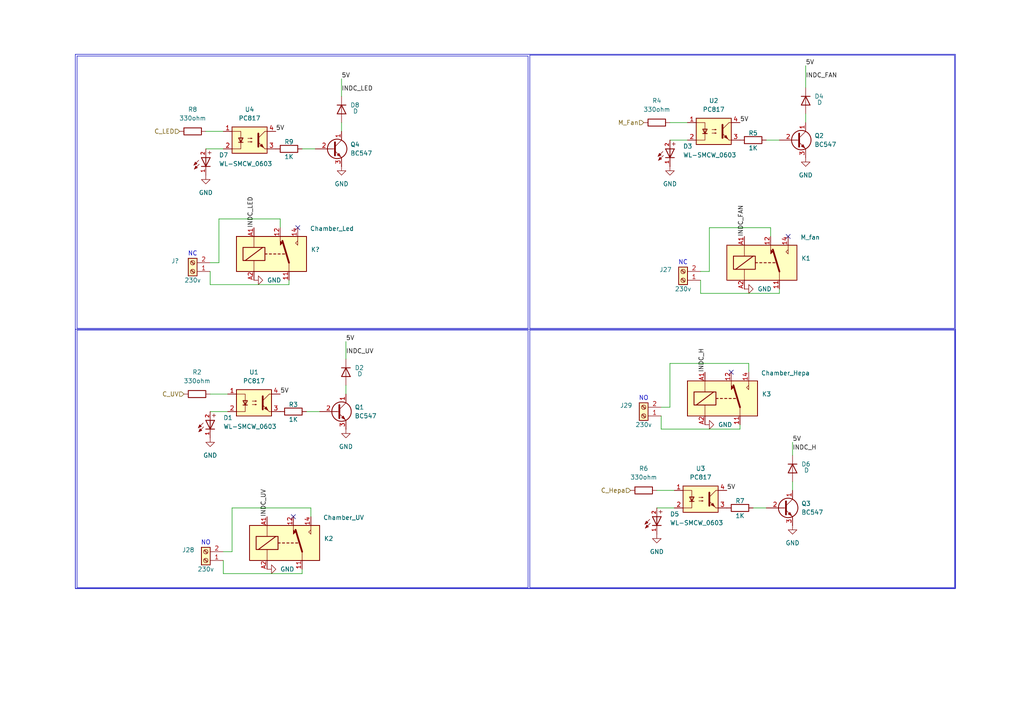
<source format=kicad_sch>
(kicad_sch (version 20231120) (generator "eeschema") (generator_version "8.0")
  (paper "A4")
  (lib_symbols
    (symbol "Connector:Screw_Terminal_01x02" (pin_names (offset 1.016) hide)
      (property "Reference" "J" (at 0 2.54 0))
      (property "Value" "Screw_Terminal_01x02" (at 0 -5.08 0))
      (symbol "Screw_Terminal_01x02_1_1"
        (rectangle (start -1.27 1.27) (end 1.27 -3.81) (stroke (width 0.254)) (fill (type background)))
        (circle (center 0 -2.54) (radius 0.635) (stroke (width 0.1524)))
        (polyline (pts (xy -0.5334 -2.2098) (xy 0.3302 -3.048)) (stroke (width 0.1524)))
        (polyline (pts (xy -0.5334 0.3302) (xy 0.3302 -0.508)) (stroke (width 0.1524)))
        (polyline (pts (xy -0.3556 -2.032) (xy 0.508 -2.8702)) (stroke (width 0.1524)))
        (polyline (pts (xy -0.3556 0.508) (xy 0.508 -0.3302)) (stroke (width 0.1524)))
        (circle (center 0 0) (radius 0.635) (stroke (width 0.1524)))
        (pin passive line (at -5.08 0 0) (length 3.81) (name "Pin_1") (number "1"))
        (pin passive line (at -5.08 -2.54 0) (length 3.81) (name "Pin_2") (number "2"))
      )
    )
    (symbol "Device:D" (pin_numbers hide) (pin_names (offset 1.016) hide)
      (property "Reference" "D" (at 0 2.54 0))
      (property "Value" "D" (at 0 -2.54 0))
      (symbol "D_0_1"
        (polyline (pts (xy -1.27 1.27) (xy -1.27 -1.27)) (stroke (width 0.254)))
        (polyline (pts (xy 1.27 0) (xy -1.27 0)))
        (polyline (pts (xy 1.27 1.27) (xy 1.27 -1.27) (xy -1.27 0) (xy 1.27 1.27)) (stroke (width 0.254)))
      )
      (symbol "D_1_1"
        (pin passive line (at -3.81 0 0) (length 2.54) (name "K") (number "1"))
        (pin passive line (at 3.81 0 180) (length 2.54) (name "A") (number "2"))
      )
    )
    (symbol "Device:R" (pin_numbers hide) (pin_names (offset 0))
      (property "Reference" "R" (at 2.032 0 90))
      (property "Value" "R" (at 0 0 90))
      (symbol "R_0_1"
        (rectangle (start -1.016 -2.54) (end 1.016 2.54) (stroke (width 0.254)))
      )
      (symbol "R_1_1"
        (pin passive line (at 0 3.81 270) (length 1.27) (name "~") (number "1"))
        (pin passive line (at 0 -3.81 90) (length 1.27) (name "~") (number "2"))
      )
    )
    (symbol "Isolator:PC817" (pin_names (offset 1.016))
      (property "Reference" "U" (at -5.08 5.08 0))
      (property "Value" "PC817" (at 0 5.08 0))
      (symbol "PC817_0_1"
        (rectangle (start -5.08 3.81) (end 5.08 -3.81) (stroke (width 0.254)) (fill (type background)))
        (polyline (pts (xy -3.175 -0.635) (xy -1.905 -0.635)) (stroke (width 0.254)))
        (polyline (pts (xy 2.54 0.635) (xy 4.445 2.54)))
        (polyline (pts (xy 4.445 -2.54) (xy 2.54 -0.635)) (fill (type outline)))
        (polyline (pts (xy 4.445 -2.54) (xy 5.08 -2.54)))
        (polyline (pts (xy 4.445 2.54) (xy 5.08 2.54)))
        (polyline (pts (xy -5.08 2.54) (xy -2.54 2.54) (xy -2.54 -0.635)))
        (polyline (pts (xy -2.54 -0.635) (xy -2.54 -2.54) (xy -5.08 -2.54)))
        (polyline (pts (xy 2.54 1.905) (xy 2.54 -1.905) (xy 2.54 -1.905)) (stroke (width 0.508)))
        (polyline (pts (xy -2.54 -0.635) (xy -3.175 0.635) (xy -1.905 0.635) (xy -2.54 -0.635)) (stroke (width 0.254)))
        (polyline (pts (xy -0.508 -0.508) (xy 0.762 -0.508) (xy 0.381 -0.635) (xy 0.381 -0.381) (xy 0.762 -0.508)))
        (polyline (pts (xy -0.508 0.508) (xy 0.762 0.508) (xy 0.381 0.381) (xy 0.381 0.635) (xy 0.762 0.508)))
        (polyline (pts (xy 3.048 -1.651) (xy 3.556 -1.143) (xy 4.064 -2.159) (xy 3.048 -1.651) (xy 3.048 -1.651)) (fill (type outline)))
      )
      (symbol "PC817_1_1"
        (pin passive line (at -7.62 2.54 0) (length 2.54) (name "~") (number "1"))
        (pin passive line (at -7.62 -2.54 0) (length 2.54) (name "~") (number "2"))
        (pin passive line (at 7.62 -2.54 180) (length 2.54) (name "~") (number "3"))
        (pin passive line (at 7.62 2.54 180) (length 2.54) (name "~") (number "4"))
      )
    )
    (symbol "LED_BLUE_570nm_ROHS:WL-SMCW_0603" (pin_names (offset 1.016))
      (property "Reference" "D" (at -1.988 3.972 0))
      (property "Value" "WL-SMCW_0603" (at -2.628 -3.928 0))
      (symbol "WL-SMCW_0603_0_0"
        (polyline (pts (xy 0 -1.27) (xy 0 0)) (stroke (width 0.254)))
        (polyline (pts (xy 0 0) (xy 0 1.27)) (stroke (width 0.254)))
        (polyline (pts (xy 0 0) (xy 2.54 0)) (stroke (width 0.254)))
        (polyline (pts (xy 0 0) (xy 2.54 1.27)) (stroke (width 0.254)))
        (polyline (pts (xy 0.635 1.905) (xy -0.762 3.302)) (stroke (width 0.1524)))
        (polyline (pts (xy 1.778 2.032) (xy 0.381 3.429)) (stroke (width 0.1524)))
        (polyline (pts (xy 2.54 -1.27) (xy 0 0)) (stroke (width 0.254)))
        (polyline (pts (xy 2.54 -1.27) (xy 2.54 0)) (stroke (width 0.254)))
        (polyline (pts (xy 2.54 0) (xy 2.54 1.27)) (stroke (width 0.254)))
        (polyline (pts (xy -0.762 3.302) (xy 0.127 2.921) (xy -0.381 2.413) (xy -0.762 3.302)) (stroke (width 0.1524)) (fill (type outline)))
        (polyline (pts (xy 0.381 3.429) (xy 1.27 3.048) (xy 0.762 2.54) (xy 0.381 3.429)) (stroke (width 0.1524)) (fill (type outline)))
        (text "+" (at 3.08 -1.74 0) (effects (font (size 1.27 1.27)) (justify left bottom)))
        (pin passive line (at -2.54 0 0) (length 2.54) (name "~") (number "1"))
        (pin passive line (at 5.08 0 180) (length 2.54) (name "~") (number "2"))
      )
    )
    (symbol "Relay:G2RL-1"
      (property "Reference" "K" (at 11.43 3.81 0))
      (property "Value" "G2RL-1" (at 11.43 1.27 0))
      (symbol "G2RL-1_0_0"
        (polyline (pts (xy 7.62 5.08) (xy 7.62 2.54) (xy 6.985 3.175) (xy 7.62 3.81)))
      )
      (symbol "G2RL-1_0_1"
        (rectangle (start -10.16 5.08) (end 10.16 -5.08) (stroke (width 0.254)) (fill (type background)))
        (rectangle (start -8.255 1.905) (end -1.905 -1.905) (stroke (width 0.254)))
        (polyline (pts (xy -7.62 -1.905) (xy -2.54 1.905)) (stroke (width 0.254)))
        (polyline (pts (xy -5.08 -5.08) (xy -5.08 -1.905)))
        (polyline (pts (xy -5.08 5.08) (xy -5.08 1.905)))
        (polyline (pts (xy -1.905 0) (xy -1.27 0)) (stroke (width 0.254)))
        (polyline (pts (xy -0.635 0) (xy 0 0)) (stroke (width 0.254)))
        (polyline (pts (xy 0.635 0) (xy 1.27 0)) (stroke (width 0.254)))
        (polyline (pts (xy 1.905 0) (xy 2.54 0)) (stroke (width 0.254)))
        (polyline (pts (xy 3.175 0) (xy 3.81 0)) (stroke (width 0.254)))
        (polyline (pts (xy 5.08 -2.54) (xy 3.175 3.81)) (stroke (width 0.508)))
        (polyline (pts (xy 5.08 -2.54) (xy 5.08 -5.08)))
        (polyline (pts (xy 2.54 5.08) (xy 2.54 2.54) (xy 3.175 3.175) (xy 2.54 3.81)) (fill (type outline)))
      )
      (symbol "G2RL-1_1_1"
        (pin passive line (at 5.08 -7.62 90) (length 2.54) (name "~") (number "11"))
        (pin passive line (at 2.54 7.62 270) (length 2.54) (name "~") (number "12"))
        (pin passive line (at 7.62 7.62 270) (length 2.54) (name "~") (number "14"))
        (pin passive line (at -5.08 7.62 270) (length 2.54) (name "~") (number "A1"))
        (pin passive line (at -5.08 -7.62 90) (length 2.54) (name "~") (number "A2"))
      )
    )
    (symbol "Transistor_BJT:BC547" (pin_names (offset 0) hide)
      (property "Reference" "Q" (at 5.08 1.905 0))
      (property "Value" "BC547" (at 5.08 0 0))
      (symbol "BC547_0_1"
        (polyline (pts (xy 0 0) (xy 0.635 0)))
        (polyline (pts (xy 0.635 0.635) (xy 2.54 2.54)))
        (polyline (pts (xy 0.635 -0.635) (xy 2.54 -2.54) (xy 2.54 -2.54)))
        (polyline (pts (xy 0.635 1.905) (xy 0.635 -1.905) (xy 0.635 -1.905)) (stroke (width 0.508)))
        (polyline (pts (xy 1.27 -1.778) (xy 1.778 -1.27) (xy 2.286 -2.286) (xy 1.27 -1.778) (xy 1.27 -1.778)) (fill (type outline)))
        (circle (center 1.27 0) (radius 2.8194) (stroke (width 0.254)))
      )
      (symbol "BC547_1_1"
        (pin passive line (at 2.54 5.08 270) (length 2.54) (name "C") (number "1"))
        (pin input line (at -5.08 0 0) (length 5.08) (name "B") (number "2"))
        (pin passive line (at 2.54 -5.08 90) (length 2.54) (name "E") (number "3"))
      )
    )
    (symbol "power:GND" (power) (pin_numbers hide) (pin_names (offset 0) hide)
      (property "Value" "GND" (at 0 -3.81 0))
      (symbol "GND_0_1"
        (polyline (pts (xy 0 0) (xy 0 -1.27) (xy 1.27 -1.27) (xy 0 -2.54) (xy -1.27 -1.27) (xy 0 -1.27)))
      )
      (symbol "GND_1_1"
        (pin power_in line (at 0 0 270) (length 0) (name "~") (number "1"))
      )
    )
  )
  (no_connect (at 86.36 66.04))
  (no_connect (at 212.09 107.95))
  (no_connect (at 85.09 149.86))
  (no_connect (at 228.6 68.58))
  (wire (pts (xy 205.74 66.04) (xy 223.52 66.04)))
  (wire (pts (xy 59.69 38.1) (xy 64.77 38.1)))
  (wire (pts (xy 190.5 142.24) (xy 195.58 142.24)))
  (wire (pts (xy 194.31 35.56) (xy 199.39 35.56)))
  (wire (pts (xy 217.17 105.41) (xy 217.17 107.95)))
  (wire (pts (xy 83.82 82.55) (xy 83.82 81.28)))
  (wire (pts (xy 64.77 162.56) (xy 64.77 166.37)))
  (wire (pts (xy 205.74 66.04) (xy 205.74 78.74)))
  (wire (pts (xy 222.25 40.64) (xy 226.06 40.64)))
  (wire (pts (xy 100.33 99.06) (xy 100.33 104.14)))
  (wire (pts (xy 191.77 124.46) (xy 214.63 124.46)))
  (wire (pts (xy 218.44 147.32) (xy 222.25 147.32)))
  (wire (pts (xy 233.68 19.05) (xy 233.68 25.4)))
  (wire (pts (xy 194.31 40.64) (xy 199.39 40.64)))
  (wire (pts (xy 100.33 111.76) (xy 100.33 114.3)))
  (wire (pts (xy 81.28 63.5) (xy 81.28 66.04)))
  (wire (pts (xy 59.69 43.18) (xy 64.77 43.18)))
  (wire (pts (xy 67.31 147.32) (xy 90.17 147.32)))
  (wire (pts (xy 203.2 85.09) (xy 226.06 85.09)))
  (wire (pts (xy 99.06 22.86) (xy 99.06 27.94)))
  (wire (pts (xy 229.87 139.7) (xy 229.87 142.24)))
  (wire (pts (xy 203.2 78.74) (xy 205.74 78.74)))
  (wire (pts (xy 90.17 147.32) (xy 90.17 149.86)))
  (wire (pts (xy 60.96 82.55) (xy 83.82 82.55)))
  (wire (pts (xy 99.06 35.56) (xy 99.06 38.1)))
  (wire (pts (xy 60.96 78.74) (xy 60.96 82.55)))
  (wire (pts (xy 233.68 33.02) (xy 233.68 35.56)))
  (wire (pts (xy 63.5 63.5) (xy 63.5 76.2)))
  (wire (pts (xy 229.87 128.27) (xy 229.87 132.08)))
  (wire (pts (xy 87.63 166.37) (xy 87.63 165.1)))
  (wire (pts (xy 88.9 119.38) (xy 92.71 119.38)))
  (wire (pts (xy 194.31 105.41) (xy 217.17 105.41)))
  (wire (pts (xy 60.96 76.2) (xy 63.5 76.2)))
  (wire (pts (xy 223.52 66.04) (xy 223.52 68.58)))
  (wire (pts (xy 67.31 147.32) (xy 67.31 160.02)))
  (wire (pts (xy 226.06 85.09) (xy 226.06 83.82)))
  (wire (pts (xy 60.96 114.3) (xy 66.04 114.3)))
  (wire (pts (xy 190.5 147.32) (xy 195.58 147.32)))
  (wire (pts (xy 64.77 160.02) (xy 67.31 160.02)))
  (wire (pts (xy 64.77 166.37) (xy 87.63 166.37)))
  (wire (pts (xy 214.63 124.46) (xy 214.63 123.19)))
  (wire (pts (xy 194.31 105.41) (xy 194.31 118.11)))
  (wire (pts (xy 203.2 81.28) (xy 203.2 85.09)))
  (wire (pts (xy 191.77 118.11) (xy 194.31 118.11)))
  (wire (pts (xy 63.5 63.5) (xy 81.28 63.5)))
  (wire (pts (xy 191.77 120.65) (xy 191.77 124.46)))
  (wire (pts (xy 87.63 43.18) (xy 91.44 43.18)))
  (wire (pts (xy 60.96 119.38) (xy 66.04 119.38)))
  (rectangle (start 153.67 16.002) (end 276.86 95.25))
  (rectangle (start 22.352 95.758) (end 153.162 170.434))
  (rectangle (start 21.844 15.748) (end 277.114 170.688))
  (rectangle (start 153.67 95.758) (end 276.86 170.434))
  (rectangle (start 21.844 95.504) (end 277.114 170.688))
  (rectangle (start 22.352 16.256) (end 153.162 95.25))
  (text "NO\n" (at 186.69 115.57 0) (effects (font (size 1.27 1.27))))
  (text "NC\n" (at 55.88 73.66 0) (effects (font (size 1.27 1.27))))
  (text "NC\n" (at 198.12 76.2 0) (effects (font (size 1.27 1.27))))
  (text "NO\n" (at 59.69 157.48 0) (effects (font (size 1.27 1.27))))
  (label "INDC_LED" (at 99.06 26.67 0))
  (label "INDC_H" (at 204.47 107.95 90))
  (label "INDC_UV" (at 100.33 102.87 0))
  (label "5V" (at 99.06 22.86 0))
  (label "5V" (at 210.82 142.24 0))
  (label "5V" (at 214.63 35.56 0))
  (label "INDC_LED" (at 73.66 66.04 90))
  (label "5V" (at 229.87 128.27 0))
  (label "5V" (at 80.01 38.1 0))
  (label "INDC_H" (at 229.87 130.81 0))
  (label "INDC_FAN" (at 215.9 68.58 90))
  (label "5V" (at 233.68 19.05 0))
  (label "5V" (at 81.28 114.3 0))
  (label "INDC_FAN" (at 233.68 22.86 0))
  (label "INDC_UV" (at 77.47 149.86 90))
  (label "5V" (at 100.33 99.06 0))
  (hierarchical_label "C_LED" (shape input) (at 52.07 38.1 180))
  (hierarchical_label "C_Hepa" (shape input) (at 182.88 142.24 180))
  (hierarchical_label "C_UV" (shape input) (at 53.34 114.3 180))
  (hierarchical_label "M_Fan" (shape input) (at 186.69 35.56 180))
  (symbol (lib_id "LED_BLUE_570nm_ROHS:WL-SMCW_0603") (at 60.96 124.46 90) (unit 1)
    (property "Reference" "D1" (at 64.77 121.1716 90) (effects (justify right)))
    (property "Value" "WL-SMCW_0603" (at 64.77 123.7116 90) (effects (justify right)))
    (property "Footprint" "WL-SMCW_0603:WL-SMCW_0603" (effects (hide yes)))
    (property "MF" "Wurth Electronics" (effects (hide yes)))
    (property "Description_1" "0603, Bright Green, Typ.(@20mA): 570nm, 40mcd, 2.0V, 140° AlInGaP" (effects (hide yes)))
    (property "Package" "0603 Wurth Electronics" (effects (hide yes)))
    (property "Price" "None" (effects (hide yes)))
    (property "SnapEDA_Link" "https://www.snapeda.com/parts/150060VS75000/Wurth+Electronics/view-part/?ref=snap" (effects (hide yes)))
    (property "MP" "150060VS75000" (effects (hide yes)))
    (property "Purchase-URL" "https://www.snapeda.com/api/url_track_click_mouser/?unipart_id=588341&manufacturer=Wurth Electronics&part_name=150060VS75000&search_term=None" (effects (hide yes)))
    (property "Availability" "In Stock" (effects (hide yes)))
    (property "Check_prices" "https://www.snapeda.com/parts/150060VS75000/Wurth+Electronics/view-part/?ref=eda" (effects (hide yes)))
  )
  (symbol (lib_id "Relay:G2RL-1") (at 209.55 115.57 0) (unit 1)
    (property "Reference" "K3" (at 220.98 114.2999 0) (effects (justify left)))
    (property "Value" "Chamber_Hepa" (at 220.726 108.204 0) (effects (justify left)))
    (property "Footprint" "Relay_THT:Relay_SPDT_Omron_G2RL-1" (effects (hide yes)))
    (property "Datasheet" "https://omronfs.omron.com/en_US/ecb/products/pdf/en-g2rl.pdf" (effects (hide yes)))
    (property "Description" "General Purpose Low Profile Relay SPDT Through Hole, Omron G2RL series, 12A 250VAC" (effects (hide yes)))
  )
  (symbol (lib_id "Connector:Screw_Terminal_01x02") (at 198.12 81.28 180) (unit 1)
    (property "Reference" "J27" (at 193.04 78.232 0))
    (property "Value" "230v" (at 198.12 83.82 0))
    (property "Footprint" "TerminalBlock:TerminalBlock_Altech_AK300-2_P5.00mm" (effects (hide yes)))
    (property "Description" "Generic screw terminal, single row, 01x02, script generated (kicad-library-utils/schlib/autogen/connector/)" (effects (hide yes)))
  )
  (symbol (lib_id "Relay:G2RL-1") (at 82.55 157.48 0) (unit 1)
    (property "Reference" "K2" (at 93.98 156.2099 0) (effects (justify left)))
    (property "Value" "Chamber_UV" (at 93.726 150.114 0) (effects (justify left)))
    (property "Footprint" "Relay_THT:Relay_SPDT_Omron_G2RL-1" (effects (hide yes)))
    (property "Datasheet" "https://omronfs.omron.com/en_US/ecb/products/pdf/en-g2rl.pdf" (effects (hide yes)))
    (property "Description" "General Purpose Low Profile Relay SPDT Through Hole, Omron G2RL series, 12A 250VAC" (effects (hide yes)))
  )
  (symbol (lib_id "Device:R") (at 55.88 38.1 90) (unit 1)
    (property "Reference" "R8" (at 55.88 31.75 90))
    (property "Value" "330ohm" (at 55.88 34.29 90))
    (property "Description" "Resistor" (effects (hide yes)))
  )
  (symbol (lib_id "power:GND") (at 204.47 123.19 90) (unit 1)
    (property "Reference" "#PWR013" (effects (hide yes)))
    (property "Value" "GND" (at 208.28 123.1899 90) (effects (justify right)))
    (property "Description" "Power symbol creates a global label with name \"GND\" , ground" (effects (hide yes)))
  )
  (symbol (lib_id "Connector:Screw_Terminal_01x02") (at 55.88 78.74 180) (unit 1)
    (property "Reference" "J?" (at 50.8 75.692 0))
    (property "Value" "230v" (at 55.88 81.28 0))
    (property "Footprint" "TerminalBlock:TerminalBlock_Altech_AK300-2_P5.00mm" (effects (hide yes)))
    (property "Description" "Generic screw terminal, single row, 01x02, script generated (kicad-library-utils/schlib/autogen/connector/)" (effects (hide yes)))
  )
  (symbol (lib_id "Connector:Screw_Terminal_01x02") (at 186.69 120.65 180) (unit 1)
    (property "Reference" "J29" (at 181.61 117.602 0))
    (property "Value" "230v" (at 186.69 123.19 0))
    (property "Footprint" "TerminalBlock:TerminalBlock_Altech_AK300-2_P5.00mm" (effects (hide yes)))
    (property "Description" "Generic screw terminal, single row, 01x02, script generated (kicad-library-utils/schlib/autogen/connector/)" (effects (hide yes)))
  )
  (symbol (lib_id "Transistor_BJT:BC547") (at 97.79 119.38 0) (unit 1)
    (property "Reference" "Q1" (at 102.87 118.1099 0) (effects (justify left)))
    (property "Value" "BC547" (at 102.87 120.6499 0) (effects (justify left)))
    (property "Footprint" "Package_TO_SOT_THT:TO-92_Inline" (effects (hide yes)))
    (property "Datasheet" "https://www.onsemi.com/pub/Collateral/BC550-D.pdf" (effects (hide yes)))
    (property "Description" "0.1A Ic, 45V Vce, Small Signal NPN Transistor, TO-92" (effects (hide yes)))
  )
  (symbol (lib_id "LED_BLUE_570nm_ROHS:WL-SMCW_0603") (at 59.69 48.26 90) (unit 1)
    (property "Reference" "D7" (at 63.5 44.9716 90) (effects (justify right)))
    (property "Value" "WL-SMCW_0603" (at 63.5 47.5116 90) (effects (justify right)))
    (property "Footprint" "WL-SMCW_0603:WL-SMCW_0603" (effects (hide yes)))
    (property "MF" "Wurth Electronics" (effects (hide yes)))
    (property "Description_1" "0603, Bright Green, Typ.(@20mA): 570nm, 40mcd, 2.0V, 140° AlInGaP" (effects (hide yes)))
    (property "Package" "0603 Wurth Electronics" (effects (hide yes)))
    (property "Price" "None" (effects (hide yes)))
    (property "SnapEDA_Link" "https://www.snapeda.com/parts/150060VS75000/Wurth+Electronics/view-part/?ref=snap" (effects (hide yes)))
    (property "MP" "150060VS75000" (effects (hide yes)))
    (property "Purchase-URL" "https://www.snapeda.com/api/url_track_click_mouser/?unipart_id=588341&manufacturer=Wurth Electronics&part_name=150060VS75000&search_term=None" (effects (hide yes)))
    (property "Availability" "In Stock" (effects (hide yes)))
    (property "Check_prices" "https://www.snapeda.com/parts/150060VS75000/Wurth+Electronics/view-part/?ref=eda" (effects (hide yes)))
  )
  (symbol (lib_id "Device:R") (at 186.69 142.24 90) (unit 1)
    (property "Reference" "R6" (at 186.69 135.89 90))
    (property "Value" "330ohm" (at 186.69 138.43 90))
    (property "Description" "Resistor" (effects (hide yes)))
  )
  (symbol (lib_id "Device:D") (at 100.33 107.95 270) (unit 1)
    (property "Reference" "D2" (at 102.87 106.6799 90) (effects (justify left)))
    (property "Value" "D" (at 103.632 108.458 90) (effects (justify left)))
    (property "Description" "Diode" (effects (hide yes)))
    (property "Sim.Device" "D" (effects (hide yes)))
    (property "Sim.Pins" "1=K 2=A" (effects (hide yes)))
  )
  (symbol (lib_id "Isolator:PC817") (at 203.2 144.78 0) (unit 1)
    (property "Reference" "U3" (at 203.2 135.89 0))
    (property "Value" "PC817" (at 203.2 138.43 0))
    (property "Footprint" "Package_DIP:DIP-4_W7.62mm" (effects (hide yes)))
    (property "Datasheet" "http://www.soselectronic.cz/a_info/resource/d/pc817.pdf" (effects (hide yes)))
    (property "Description" "DC Optocoupler, Vce 35V, CTR 50-300%, DIP-4" (effects (hide yes)))
  )
  (symbol (lib_id "Relay:G2RL-1") (at 78.74 73.66 0) (unit 1)
    (property "Reference" "K?" (at 90.17 72.3899 0) (effects (justify left)))
    (property "Value" "Chamber_Led" (at 89.916 66.294 0) (effects (justify left)))
    (property "Footprint" "Relay_THT:Relay_SPDT_Omron_G2RL-1" (effects (hide yes)))
    (property "Datasheet" "https://omronfs.omron.com/en_US/ecb/products/pdf/en-g2rl.pdf" (effects (hide yes)))
    (property "Description" "General Purpose Low Profile Relay SPDT Through Hole, Omron G2RL series, 12A 250VAC" (effects (hide yes)))
  )
  (symbol (lib_id "Device:R") (at 190.5 35.56 90) (unit 1)
    (property "Reference" "R4" (at 190.5 29.21 90))
    (property "Value" "330ohm" (at 190.5 31.75 90))
    (property "Description" "Resistor" (effects (hide yes)))
  )
  (symbol (lib_id "LED_BLUE_570nm_ROHS:WL-SMCW_0603") (at 190.5 152.4 90) (unit 1)
    (property "Reference" "D5" (at 194.31 149.1116 90) (effects (justify right)))
    (property "Value" "WL-SMCW_0603" (at 194.31 151.6516 90) (effects (justify right)))
    (property "Footprint" "WL-SMCW_0603:WL-SMCW_0603" (effects (hide yes)))
    (property "MF" "Wurth Electronics" (effects (hide yes)))
    (property "Description_1" "0603, Bright Green, Typ.(@20mA): 570nm, 40mcd, 2.0V, 140° AlInGaP" (effects (hide yes)))
    (property "Package" "0603 Wurth Electronics" (effects (hide yes)))
    (property "Price" "None" (effects (hide yes)))
    (property "SnapEDA_Link" "https://www.snapeda.com/parts/150060VS75000/Wurth+Electronics/view-part/?ref=snap" (effects (hide yes)))
    (property "MP" "150060VS75000" (effects (hide yes)))
    (property "Purchase-URL" "https://www.snapeda.com/api/url_track_click_mouser/?unipart_id=588341&manufacturer=Wurth Electronics&part_name=150060VS75000&search_term=None" (effects (hide yes)))
    (property "Availability" "In Stock" (effects (hide yes)))
    (property "Check_prices" "https://www.snapeda.com/parts/150060VS75000/Wurth+Electronics/view-part/?ref=eda" (effects (hide yes)))
  )
  (symbol (lib_id "Device:D") (at 229.87 135.89 270) (unit 1)
    (property "Reference" "D6" (at 232.41 134.6199 90) (effects (justify left)))
    (property "Value" "D" (at 233.172 136.398 90) (effects (justify left)))
    (property "Description" "Diode" (effects (hide yes)))
    (property "Sim.Device" "D" (effects (hide yes)))
    (property "Sim.Pins" "1=K 2=A" (effects (hide yes)))
  )
  (symbol (lib_id "Device:D") (at 233.68 29.21 270) (unit 1)
    (property "Reference" "D4" (at 236.22 27.9399 90) (effects (justify left)))
    (property "Value" "D" (at 236.982 29.718 90) (effects (justify left)))
    (property "Description" "Diode" (effects (hide yes)))
    (property "Sim.Device" "D" (effects (hide yes)))
    (property "Sim.Pins" "1=K 2=A" (effects (hide yes)))
  )
  (symbol (lib_id "Device:D") (at 99.06 31.75 270) (unit 1)
    (property "Reference" "D8" (at 101.6 30.4799 90) (effects (justify left)))
    (property "Value" "D" (at 102.362 32.258 90) (effects (justify left)))
    (property "Description" "Diode" (effects (hide yes)))
    (property "Sim.Device" "D" (effects (hide yes)))
    (property "Sim.Pins" "1=K 2=A" (effects (hide yes)))
  )
  (symbol (lib_id "Transistor_BJT:BC547") (at 227.33 147.32 0) (unit 1)
    (property "Reference" "Q3" (at 232.41 146.0499 0) (effects (justify left)))
    (property "Value" "BC547" (at 232.41 148.5899 0) (effects (justify left)))
    (property "Footprint" "Package_TO_SOT_THT:TO-92_Inline" (effects (hide yes)))
    (property "Datasheet" "https://www.onsemi.com/pub/Collateral/BC550-D.pdf" (effects (hide yes)))
    (property "Description" "0.1A Ic, 45V Vce, Small Signal NPN Transistor, TO-92" (effects (hide yes)))
  )
  (symbol (lib_id "power:GND") (at 59.69 50.8 0) (unit 1)
    (property "Reference" "#PWR041" (effects (hide yes)))
    (property "Value" "GND" (at 59.69 55.88 0))
    (property "Description" "Power symbol creates a global label with name \"GND\" , ground" (effects (hide yes)))
  )
  (symbol (lib_id "Isolator:PC817") (at 73.66 116.84 0) (unit 1)
    (property "Reference" "U1" (at 73.66 107.95 0))
    (property "Value" "PC817" (at 73.66 110.49 0))
    (property "Footprint" "Package_DIP:DIP-4_W7.62mm" (effects (hide yes)))
    (property "Datasheet" "http://www.soselectronic.cz/a_info/resource/d/pc817.pdf" (effects (hide yes)))
    (property "Description" "DC Optocoupler, Vce 35V, CTR 50-300%, DIP-4" (effects (hide yes)))
  )
  (symbol (lib_id "power:GND") (at 233.68 45.72 0) (unit 1)
    (property "Reference" "#PWR038" (effects (hide yes)))
    (property "Value" "GND" (at 233.68 50.8 0))
    (property "Description" "Power symbol creates a global label with name \"GND\" , ground" (effects (hide yes)))
  )
  (symbol (lib_id "Isolator:PC817") (at 72.39 40.64 0) (unit 1)
    (property "Reference" "U4" (at 72.39 31.75 0))
    (property "Value" "PC817" (at 72.39 34.29 0))
    (property "Footprint" "Package_DIP:DIP-4_W7.62mm" (effects (hide yes)))
    (property "Datasheet" "http://www.soselectronic.cz/a_info/resource/d/pc817.pdf" (effects (hide yes)))
    (property "Description" "DC Optocoupler, Vce 35V, CTR 50-300%, DIP-4" (effects (hide yes)))
  )
  (symbol (lib_id "power:GND") (at 99.06 48.26 0) (unit 1)
    (property "Reference" "#PWR042" (effects (hide yes)))
    (property "Value" "GND" (at 99.06 53.34 0))
    (property "Description" "Power symbol creates a global label with name \"GND\" , ground" (effects (hide yes)))
  )
  (symbol (lib_id "Connector:Screw_Terminal_01x02") (at 59.69 162.56 180) (unit 1)
    (property "Reference" "J28" (at 54.61 159.512 0))
    (property "Value" "230v" (at 59.69 165.1 0))
    (property "Footprint" "TerminalBlock:TerminalBlock_Altech_AK300-2_P5.00mm" (effects (hide yes)))
    (property "Description" "Generic screw terminal, single row, 01x02, script generated (kicad-library-utils/schlib/autogen/connector/)" (effects (hide yes)))
  )
  (symbol (lib_id "power:GND") (at 73.66 81.28 90) (unit 1)
    (property "Reference" "#PWR?" (effects (hide yes)))
    (property "Value" "GND" (at 77.47 81.2799 90) (effects (justify right)))
    (property "Description" "Power symbol creates a global label with name \"GND\" , ground" (effects (hide yes)))
  )
  (symbol (lib_id "power:GND") (at 190.5 154.94 0) (unit 1)
    (property "Reference" "#PWR039" (effects (hide yes)))
    (property "Value" "GND" (at 190.5 160.02 0))
    (property "Description" "Power symbol creates a global label with name \"GND\" , ground" (effects (hide yes)))
  )
  (symbol (lib_id "power:GND") (at 215.9 83.82 90) (unit 1)
    (property "Reference" "#PWR011" (effects (hide yes)))
    (property "Value" "GND" (at 219.71 83.8199 90) (effects (justify right)))
    (property "Description" "Power symbol creates a global label with name \"GND\" , ground" (effects (hide yes)))
  )
  (symbol (lib_id "power:GND") (at 100.33 124.46 0) (unit 1)
    (property "Reference" "#PWR036" (effects (hide yes)))
    (property "Value" "GND" (at 100.33 129.54 0))
    (property "Description" "Power symbol creates a global label with name \"GND\" , ground" (effects (hide yes)))
  )
  (symbol (lib_id "Relay:G2RL-1") (at 220.98 76.2 0) (unit 1)
    (property "Reference" "K1" (at 232.41 74.9299 0) (effects (justify left)))
    (property "Value" "M_fan" (at 232.156 68.834 0) (effects (justify left)))
    (property "Footprint" "Relay_THT:Relay_SPDT_Omron_G2RL-1" (effects (hide yes)))
    (property "Datasheet" "https://omronfs.omron.com/en_US/ecb/products/pdf/en-g2rl.pdf" (effects (hide yes)))
    (property "Description" "General Purpose Low Profile Relay SPDT Through Hole, Omron G2RL series, 12A 250VAC" (effects (hide yes)))
  )
  (symbol (lib_id "Device:R") (at 218.44 40.64 90) (unit 1)
    (property "Reference" "R5" (at 218.44 38.608 90))
    (property "Value" "1K" (at 218.44 42.926 90))
    (property "Description" "Resistor" (effects (hide yes)))
  )
  (symbol (lib_id "Device:R") (at 85.09 119.38 90) (unit 1)
    (property "Reference" "R3" (at 85.09 117.348 90))
    (property "Value" "1K" (at 85.09 121.666 90))
    (property "Description" "Resistor" (effects (hide yes)))
  )
  (symbol (lib_id "Device:R") (at 214.63 147.32 90) (unit 1)
    (property "Reference" "R7" (at 214.63 145.288 90))
    (property "Value" "1K" (at 214.63 149.606 90))
    (property "Description" "Resistor" (effects (hide yes)))
  )
  (symbol (lib_id "power:GND") (at 229.87 152.4 0) (unit 1)
    (property "Reference" "#PWR040" (effects (hide yes)))
    (property "Value" "GND" (at 229.87 157.48 0))
    (property "Description" "Power symbol creates a global label with name \"GND\" , ground" (effects (hide yes)))
  )
  (symbol (lib_id "power:GND") (at 77.47 165.1 90) (unit 1)
    (property "Reference" "#PWR012" (effects (hide yes)))
    (property "Value" "GND" (at 81.28 165.0999 90) (effects (justify right)))
    (property "Description" "Power symbol creates a global label with name \"GND\" , ground" (effects (hide yes)))
  )
  (symbol (lib_id "power:GND") (at 60.96 127 0) (unit 1)
    (property "Reference" "#PWR014" (effects (hide yes)))
    (property "Value" "GND" (at 60.96 132.08 0))
    (property "Description" "Power symbol creates a global label with name \"GND\" , ground" (effects (hide yes)))
  )
  (symbol (lib_id "Device:R") (at 83.82 43.18 90) (unit 1)
    (property "Reference" "R9" (at 83.82 41.148 90))
    (property "Value" "1K" (at 83.82 45.466 90))
    (property "Description" "Resistor" (effects (hide yes)))
  )
  (symbol (lib_id "Device:R") (at 57.15 114.3 90) (unit 1)
    (property "Reference" "R2" (at 57.15 107.95 90))
    (property "Value" "330ohm" (at 57.15 110.49 90))
    (property "Description" "Resistor" (effects (hide yes)))
  )
  (symbol (lib_id "LED_BLUE_570nm_ROHS:WL-SMCW_0603") (at 194.31 45.72 90) (unit 1)
    (property "Reference" "D3" (at 198.12 42.4316 90) (effects (justify right)))
    (property "Value" "WL-SMCW_0603" (at 198.12 44.9716 90) (effects (justify right)))
    (property "Footprint" "WL-SMCW_0603:WL-SMCW_0603" (effects (hide yes)))
    (property "MF" "Wurth Electronics" (effects (hide yes)))
    (property "Description_1" "0603, Bright Green, Typ.(@20mA): 570nm, 40mcd, 2.0V, 140° AlInGaP" (effects (hide yes)))
    (property "Package" "0603 Wurth Electronics" (effects (hide yes)))
    (property "Price" "None" (effects (hide yes)))
    (property "SnapEDA_Link" "https://www.snapeda.com/parts/150060VS75000/Wurth+Electronics/view-part/?ref=snap" (effects (hide yes)))
    (property "MP" "150060VS75000" (effects (hide yes)))
    (property "Purchase-URL" "https://www.snapeda.com/api/url_track_click_mouser/?unipart_id=588341&manufacturer=Wurth Electronics&part_name=150060VS75000&search_term=None" (effects (hide yes)))
    (property "Availability" "In Stock" (effects (hide yes)))
    (property "Check_prices" "https://www.snapeda.com/parts/150060VS75000/Wurth+Electronics/view-part/?ref=eda" (effects (hide yes)))
  )
  (symbol (lib_id "Isolator:PC817") (at 207.01 38.1 0) (unit 1)
    (property "Reference" "U2" (at 207.01 29.21 0))
    (property "Value" "PC817" (at 207.01 31.75 0))
    (property "Footprint" "Package_DIP:DIP-4_W7.62mm" (effects (hide yes)))
    (property "Datasheet" "http://www.soselectronic.cz/a_info/resource/d/pc817.pdf" (effects (hide yes)))
    (property "Description" "DC Optocoupler, Vce 35V, CTR 50-300%, DIP-4" (effects (hide yes)))
  )
  (symbol (lib_id "Transistor_BJT:BC547") (at 96.52 43.18 0) (unit 1)
    (property "Reference" "Q4" (at 101.6 41.9099 0) (effects (justify left)))
    (property "Value" "BC547" (at 101.6 44.4499 0) (effects (justify left)))
    (property "Footprint" "Package_TO_SOT_THT:TO-92_Inline" (effects (hide yes)))
    (property "Datasheet" "https://www.onsemi.com/pub/Collateral/BC550-D.pdf" (effects (hide yes)))
    (property "Description" "0.1A Ic, 45V Vce, Small Signal NPN Transistor, TO-92" (effects (hide yes)))
  )
  (symbol (lib_id "power:GND") (at 194.31 48.26 0) (unit 1)
    (property "Reference" "#PWR037" (effects (hide yes)))
    (property "Value" "GND" (at 194.31 53.34 0))
    (property "Description" "Power symbol creates a global label with name \"GND\" , ground" (effects (hide yes)))
  )
  (symbol (lib_id "Transistor_BJT:BC547") (at 231.14 40.64 0) (unit 1)
    (property "Reference" "Q2" (at 236.22 39.3699 0) (effects (justify left)))
    (property "Value" "BC547" (at 236.22 41.9099 0) (effects (justify left)))
    (property "Footprint" "Package_TO_SOT_THT:TO-92_Inline" (effects (hide yes)))
    (property "Datasheet" "https://www.onsemi.com/pub/Collateral/BC550-D.pdf" (effects (hide yes)))
    (property "Description" "0.1A Ic, 45V Vce, Small Signal NPN Transistor, TO-92" (effects (hide yes)))
  )
)
</source>
